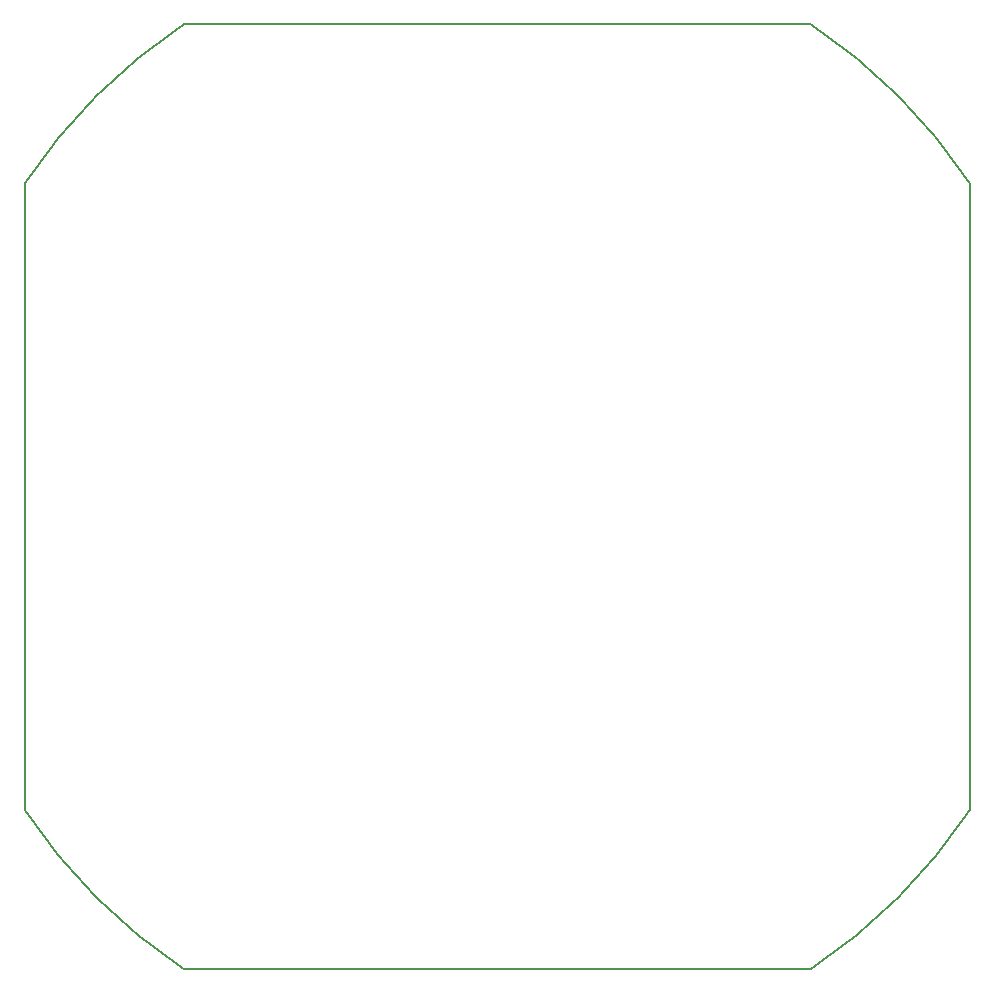
<source format=gbr>
%TF.GenerationSoftware,KiCad,Pcbnew,6.0.10*%
%TF.CreationDate,2023-01-12T17:29:40+03:00*%
%TF.ProjectId,nitrogen,6e697472-6f67-4656-9e2e-6b696361645f,rev?*%
%TF.SameCoordinates,Original*%
%TF.FileFunction,Profile,NP*%
%FSLAX46Y46*%
G04 Gerber Fmt 4.6, Leading zero omitted, Abs format (unit mm)*
G04 Created by KiCad (PCBNEW 6.0.10) date 2023-01-12 17:29:40*
%MOMM*%
%LPD*%
G01*
G04 APERTURE LIST*
%TA.AperFunction,Profile*%
%ADD10C,0.200000*%
%TD*%
G04 APERTURE END LIST*
D10*
X165532978Y-125000020D02*
X112466982Y-125000020D01*
X112466982Y-45000020D02*
X165532978Y-45000020D01*
X98999980Y-111533018D02*
G75*
G03*
X112466982Y-125000020I39978220J26511218D01*
G01*
X178999980Y-58467022D02*
G75*
G03*
X165532978Y-45000020I-39978180J-26511178D01*
G01*
X165532972Y-125000011D02*
G75*
G03*
X178999980Y-111533018I-26511172J39978211D01*
G01*
X178999980Y-58467022D02*
X178999980Y-111533018D01*
X112466976Y-45000010D02*
G75*
G03*
X98999980Y-58467022I26511224J-39978190D01*
G01*
X98999980Y-111533018D02*
X98999980Y-58467022D01*
M02*

</source>
